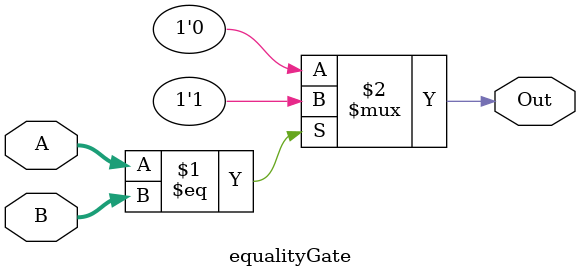
<source format=v>
/* 	Author: Tobias Minn
	MIPS Pipeline Processor

	Equality Gate
		
*/
module equalityGate #(parameter WIDTH = 32)(
	input	[WIDTH-1:0] 	A, B,
	output					Out);

	assign Out = (A == B) ? 1'h1 : 1'h0;

endmodule
</source>
